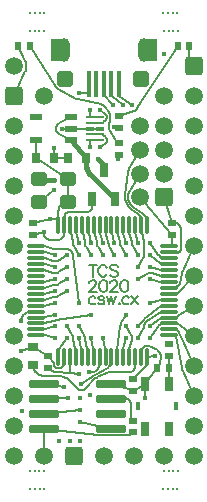
<source format=gtl>
%FSTAX23Y23*%
%MOIN*%
%SFA1B1*%

%IPPOS*%
%AMD12*
4,1,8,-0.041800,-0.014800,0.041800,-0.014800,0.049200,-0.007400,0.049200,0.007400,0.041800,0.014800,-0.041800,0.014800,-0.049200,0.007400,-0.049200,-0.007400,-0.041800,-0.014800,0.0*
1,1,0.014760,-0.041800,-0.007400*
1,1,0.014760,0.041800,-0.007400*
1,1,0.014760,0.041800,0.007400*
1,1,0.014760,-0.041800,0.007400*
%
%AMD13*
4,1,8,0.029500,-0.003000,0.029500,0.003000,0.026600,0.005900,-0.026600,0.005900,-0.029500,0.003000,-0.029500,-0.003000,-0.026600,-0.005900,0.026600,-0.005900,0.029500,-0.003000,0.0*
1,1,0.005900,0.026600,-0.003000*
1,1,0.005900,0.026600,0.003000*
1,1,0.005900,-0.026600,0.003000*
1,1,0.005900,-0.026600,-0.003000*
%
%AMD14*
4,1,8,-0.017000,-0.010800,0.017000,-0.010800,0.019700,-0.008100,0.019700,0.008100,0.017000,0.010800,-0.017000,0.010800,-0.019700,0.008100,-0.019700,-0.008100,-0.017000,-0.010800,0.0*
1,1,0.005420,-0.017000,-0.008100*
1,1,0.005420,0.017000,-0.008100*
1,1,0.005420,0.017000,0.008100*
1,1,0.005420,-0.017000,0.008100*
%
%AMD15*
4,1,8,-0.017000,-0.010800,0.017000,-0.010800,0.019700,-0.008100,0.019700,0.008100,0.017000,0.010800,-0.017000,0.010800,-0.019700,0.008100,-0.019700,-0.008100,-0.017000,-0.010800,0.0*
1,1,0.005420,-0.017000,-0.008100*
1,1,0.005420,0.017000,-0.008100*
1,1,0.005420,0.017000,0.008100*
1,1,0.005420,-0.017000,0.008100*
%
%AMD22*
4,1,8,0.003000,0.029500,-0.003000,0.029500,-0.005900,0.026600,-0.005900,-0.026600,-0.003000,-0.029500,0.003000,-0.029500,0.005900,-0.026600,0.005900,0.026600,0.003000,0.029500,0.0*
1,1,0.005900,0.003000,0.026600*
1,1,0.005900,-0.003000,0.026600*
1,1,0.005900,-0.003000,-0.026600*
1,1,0.005900,0.003000,-0.026600*
%
%AMD23*
4,1,8,-0.015800,-0.023600,0.015800,-0.023600,0.027600,-0.011800,0.027600,0.011800,0.015800,0.023600,-0.015800,0.023600,-0.027600,0.011800,-0.027600,-0.011800,-0.015800,-0.023600,0.0*
1,1,0.023620,-0.015800,-0.011800*
1,1,0.023620,0.015800,-0.011800*
1,1,0.023620,0.015800,0.011800*
1,1,0.023620,-0.015800,0.011800*
%
%AMD53*
4,1,8,-0.013800,0.021200,-0.013800,-0.021200,-0.010300,-0.024600,0.010300,-0.024600,0.013800,-0.021200,0.013800,0.021200,0.010300,0.024600,-0.010300,0.024600,-0.013800,0.021200,0.0*
1,1,0.006900,-0.010300,0.021200*
1,1,0.006900,-0.010300,-0.021200*
1,1,0.006900,0.010300,-0.021200*
1,1,0.006900,0.010300,0.021200*
%
%AMD54*
4,1,8,-0.013800,0.021200,-0.013800,-0.021200,-0.010300,-0.024600,0.010300,-0.024600,0.013800,-0.021200,0.013800,0.021200,0.010300,0.024600,-0.010300,0.024600,-0.013800,0.021200,0.0*
1,1,0.006900,-0.010300,0.021200*
1,1,0.006900,-0.010300,-0.021200*
1,1,0.006900,0.010300,-0.021200*
1,1,0.006900,0.010300,0.021200*
%
%AMD55*
4,1,8,-0.013800,0.021100,-0.013800,-0.021100,-0.010300,-0.024600,0.010300,-0.024600,0.013800,-0.021100,0.013800,0.021100,0.010300,0.024600,-0.010300,0.024600,-0.013800,0.021100,0.0*
1,1,0.006900,-0.010300,0.021100*
1,1,0.006900,-0.010300,-0.021100*
1,1,0.006900,0.010300,-0.021100*
1,1,0.006900,0.010300,0.021100*
%
%AMD56*
4,1,8,-0.007900,0.009800,-0.007900,-0.009800,-0.003900,-0.013800,0.003900,-0.013800,0.007900,-0.009800,0.007900,0.009800,0.003900,0.013800,-0.003900,0.013800,-0.007900,0.009800,0.0*
1,1,0.007900,-0.003900,0.009800*
1,1,0.007900,-0.003900,-0.009800*
1,1,0.007900,0.003900,-0.009800*
1,1,0.007900,0.003900,0.009800*
%
%AMD57*
4,1,8,-0.007800,0.009900,-0.007800,-0.009900,-0.003900,-0.013800,0.003900,-0.013800,0.007800,-0.009900,0.007800,0.009900,0.003900,0.013800,-0.003900,0.013800,-0.007800,0.009900,0.0*
1,1,0.007860,-0.003900,0.009900*
1,1,0.007860,-0.003900,-0.009900*
1,1,0.007860,0.003900,-0.009900*
1,1,0.007860,0.003900,0.009900*
%
%AMD58*
4,1,8,0.007500,-0.039600,0.007500,0.039600,0.003700,0.043300,-0.003700,0.043300,-0.007500,0.039600,-0.007500,-0.039600,-0.003700,-0.043300,0.003700,-0.043300,0.007500,-0.039600,0.0*
1,1,0.007480,0.003700,-0.039600*
1,1,0.007480,0.003700,0.039600*
1,1,0.007480,-0.003700,0.039600*
1,1,0.007480,-0.003700,-0.039600*
%
%AMD59*
4,1,8,0.027600,-0.013800,0.027600,0.013800,0.013800,0.027600,-0.013800,0.027600,-0.027600,0.013800,-0.027600,-0.013800,-0.013800,-0.027600,0.013800,-0.027600,0.027600,-0.013800,0.0*
1,1,0.027560,0.013800,-0.013800*
1,1,0.027560,0.013800,0.013800*
1,1,0.027560,-0.013800,0.013800*
1,1,0.027560,-0.013800,-0.013800*
%
%AMD61*
4,1,8,0.029500,-0.022100,0.029500,0.022100,0.022100,0.029500,-0.022100,0.029500,-0.029500,0.022100,-0.029500,-0.022100,-0.022100,-0.029500,0.022100,-0.029500,0.029500,-0.022100,0.0*
1,1,0.014760,0.022100,-0.022100*
1,1,0.014760,0.022100,0.022100*
1,1,0.014760,-0.022100,0.022100*
1,1,0.014760,-0.022100,-0.022100*
%
%AMD62*
4,1,8,0.022100,0.029500,-0.022100,0.029500,-0.029500,0.022100,-0.029500,-0.022100,-0.022100,-0.029500,0.022100,-0.029500,0.029500,-0.022100,0.029500,0.022100,0.022100,0.029500,0.0*
1,1,0.014760,0.022100,0.022100*
1,1,0.014760,-0.022100,0.022100*
1,1,0.014760,-0.022100,-0.022100*
1,1,0.014760,0.022100,-0.022100*
%
%ADD10C,0.007870*%
%ADD11C,0.005910*%
G04~CAMADD=12~8~0.0~0.0~984.3~295.3~73.8~0.0~15~0.0~0.0~0.0~0.0~0~0.0~0.0~0.0~0.0~0~0.0~0.0~0.0~180.0~984.0~295.0*
%ADD12D12*%
G04~CAMADD=13~8~0.0~0.0~118.1~590.6~29.5~0.0~15~0.0~0.0~0.0~0.0~0~0.0~0.0~0.0~0.0~0~0.0~0.0~0.0~270.0~590.0~118.0*
%ADD13D13*%
G04~CAMADD=14~8~0.0~0.0~393.7~216.5~27.1~0.0~15~0.0~0.0~0.0~0.0~0~0.0~0.0~0.0~0.0~0~0.0~0.0~0.0~180.0~394.0~217.0*
%ADD14D14*%
G04~CAMADD=15~8~0.0~0.0~393.7~216.5~27.1~0.0~15~0.0~0.0~0.0~0.0~0~0.0~0.0~0.0~0.0~0~0.0~0.0~0.0~180.0~394.0~217.0*
%ADD15D15*%
%ADD16R,0.026770X0.007870*%
%ADD17R,0.026770X0.015750*%
%ADD18R,0.023620X0.027560*%
%ADD19R,0.027560X0.023620*%
%ADD20R,0.027560X0.049210*%
%ADD21R,0.035430X0.027560*%
G04~CAMADD=22~8~0.0~0.0~118.1~590.6~29.5~0.0~15~0.0~0.0~0.0~0.0~0~0.0~0.0~0.0~0.0~0~0.0~0.0~0.0~0.0~118.1~590.6*
%ADD22D22*%
G04~CAMADD=23~8~0.0~0.0~551.2~472.4~118.1~0.0~15~0.0~0.0~0.0~0.0~0~0.0~0.0~0.0~0.0~0~0.0~0.0~0.0~180.0~552.0~473.0*
%ADD23D23*%
%ADD24R,0.027560X0.035430*%
%ADD51C,0.005910*%
%ADD52C,0.015750*%
G04~CAMADD=53~8~0.0~0.0~492.1~275.6~34.5~0.0~15~0.0~0.0~0.0~0.0~0~0.0~0.0~0.0~0.0~0~0.0~0.0~0.0~90.0~276.0~492.0*
%ADD53D53*%
G04~CAMADD=54~8~0.0~0.0~492.1~275.6~34.5~0.0~15~0.0~0.0~0.0~0.0~0~0.0~0.0~0.0~0.0~0~0.0~0.0~0.0~90.0~276.0~492.0*
%ADD54D54*%
G04~CAMADD=55~8~0.0~0.0~492.0~276.0~34.5~0.0~15~0.0~0.0~0.0~0.0~0~0.0~0.0~0.0~0.0~0~0.0~0.0~0.0~90.0~276.0~492.0*
%ADD55D55*%
G04~CAMADD=56~8~0.0~0.0~276.0~158.0~39.5~0.0~15~0.0~0.0~0.0~0.0~0~0.0~0.0~0.0~0.0~0~0.0~0.0~0.0~90.0~158.0~276.0*
%ADD56D56*%
G04~CAMADD=57~8~0.0~0.0~276.0~157.0~39.3~0.0~15~0.0~0.0~0.0~0.0~0~0.0~0.0~0.0~0.0~0~0.0~0.0~0.0~90.0~157.0~276.0*
%ADD57D57*%
G04~CAMADD=58~8~0.0~0.0~866.1~149.6~37.4~0.0~15~0.0~0.0~0.0~0.0~0~0.0~0.0~0.0~0.0~0~0.0~0.0~0.0~270.0~150.0~866.0*
%ADD58D58*%
G04~CAMADD=59~8~0.0~0.0~551.1~551.2~137.8~0.0~15~0.0~0.0~0.0~0.0~0~0.0~0.0~0.0~0.0~0~0.0~0.0~0.0~270.0~553.0~552.0*
%ADD59D59*%
%ADD60C,0.059060*%
G04~CAMADD=61~8~0.0~0.0~590.6~590.6~73.8~0.0~15~0.0~0.0~0.0~0.0~0~0.0~0.0~0.0~0.0~0~0.0~0.0~0.0~270.0~590.0~590.0*
%ADD61D61*%
G04~CAMADD=62~8~0.0~0.0~590.6~590.6~73.8~0.0~15~0.0~0.0~0.0~0.0~0~0.0~0.0~0.0~0.0~0~0.0~0.0~0.0~0.0~590.6~590.6*
%ADD62D62*%
%ADD63O,0.039370X0.078740*%
%ADD64C,0.007870*%
%ADD65C,0.017720*%
%LNcs_ranka-1*%
%LPD*%
G36*
X00205Y01357D02*
Y01431D01*
X00162*
Y01357*
X00205*
G37*
G36*
X00473D02*
Y01431D01*
X00516*
Y01357*
X00473*
G37*
G54D10*
X00595Y00798D02*
D01*
X00595Y00799*
X00595Y00801*
X00594Y00802*
X00594Y00803*
X00594Y00804*
X00593Y00806*
X00593Y00807*
X00592Y00808*
X00591Y00809*
X0059Y0081*
X0059Y00811*
X00589Y00812*
X00588Y00813*
X00587Y00813*
X00586Y00814*
X00584Y00815*
X00583Y00815*
X00582Y00816*
X00581Y00816*
X0058Y00816*
X00578Y00816*
X00577Y00816*
X00576Y00817*
X00283Y00854D02*
D01*
X00284Y00854*
X00285Y00854*
X00287Y00854*
X00288Y00855*
X00289Y00855*
X0029Y00855*
X00291Y00856*
X00293Y00857*
X00294Y00857*
X00295Y00858*
X00296Y00859*
X00297Y0086*
X00297Y00861*
X00298Y00862*
X00299Y00863*
X00299Y00864*
X003Y00865*
X003Y00867*
X00301Y00868*
X00301Y00869*
X00301Y00871*
X00301Y00872*
X00301Y00872*
X00528Y0037D02*
D01*
Y0037*
Y0037*
X00528Y0037*
Y0037*
Y0037*
X00528Y0037*
D01*
X00529Y00371*
X00529Y00373*
X00529Y00374*
X00529Y00375*
X00529Y00377*
X00528Y00378*
X00528Y0038*
X00527Y00381*
X00527Y00382*
X00526Y00384*
X00525Y00385*
X00525Y00386*
X00524Y00387*
X00523Y00388*
X00522Y00389*
X00521Y0039*
X00519Y00391*
X00518Y00392*
X00518Y00392*
X0049Y00406D02*
D01*
X0049Y00406*
X00489Y00406*
X00488Y00407*
X00488Y00407*
X00487Y00407*
X00486Y00407*
X00486Y00407*
X0048D02*
D01*
X00479Y00407*
X00478Y00407*
X00477Y00407*
X00477Y00407*
X00476Y00406*
X00475Y00406*
X00475Y00406*
X00474Y00405*
X00473Y00405*
X00473Y00404*
X00472Y00404*
X00472Y00404*
X00224Y00854D02*
D01*
X00223Y00854*
X00222Y00854*
X00221Y00853*
X00219Y00853*
X00218Y00853*
X00217Y00852*
X00216Y00852*
X00215Y00851*
X00214Y00851*
X00213Y0085*
X00212Y00849*
X00211Y00848*
X00211Y00847*
X0021Y00846*
X00209Y00845*
X00209Y00844*
X00208Y00843*
X00208Y00842*
X00208Y00841*
X00207Y0084*
X00207Y00839*
X00207Y00837*
X00207Y00837*
X00181Y00759D02*
D01*
X00183Y00759*
X00185Y0076*
X00187Y0076*
X00188Y0076*
X0019Y00761*
X00192Y00762*
X00193Y00762*
X00195Y00763*
X00197Y00764*
X00198Y00765*
X00199Y00767*
X00201Y00768*
X00202Y00769*
X00203Y00771*
X00204Y00773*
X00205Y00774*
X00205Y00776*
X00206Y00778*
X00207Y00779*
X00207Y00781*
X00207Y00783*
X00207Y00785*
X00207Y00786*
X00077Y01322D02*
D01*
X00078Y01324*
X00079Y01327*
X00079Y0133*
X0008Y01333*
X0008Y01336*
X0008Y01339*
X0008Y01341*
X0008Y01344*
X00079Y01347*
X00079Y0135*
X00078Y01353*
X00077Y01355*
X00077Y01356*
X00138Y00787D02*
D01*
X00138Y00785*
X00138Y00783*
X00139Y00781*
X00139Y00779*
X0014Y00777*
X0014Y00776*
X00141Y00774*
X00142Y00772*
X00143Y00771*
X00145Y00769*
X00146Y00768*
X00147Y00766*
X00149Y00765*
X0015Y00764*
X00152Y00763*
X00154Y00762*
X00155Y00761*
X00157Y00761*
X00159Y0076*
X00161Y0076*
X00163Y00759*
X00165Y00759*
X00166Y00759*
X00174Y00343D02*
D01*
X00174Y00342*
X00174Y00341*
X00174Y00341*
X00174Y0034*
X00174Y00339*
X00174Y00339*
X00175Y00338*
X00175Y00337*
X00176Y00337*
X00176Y00336*
X00177Y00335*
X00177Y00335*
X00178Y00334*
X00178Y00334*
X00179Y00334*
X0018Y00333*
X0018Y00333*
X00181Y00333*
X00182Y00332*
X00182Y00332*
X00183Y00332*
X00184Y00332*
X00184Y00332*
X0019D02*
D01*
X00191Y00332*
X00192Y00332*
X00193Y00332*
X00193Y00333*
X00194Y00333*
X00195Y00333*
X00195Y00333*
X00196Y00334*
X00197Y00334*
X00197Y00335*
X00198Y00335*
X00198Y00336*
X00198Y00336*
X00095Y00521D02*
D01*
X00093Y00521*
X00091Y00521*
X00089Y0052*
X00086Y0052*
X00084Y00519*
X00082Y00518*
X0008Y00517*
X00078Y00516*
X00076Y00515*
X00075Y00514*
X00073Y00512*
X00071Y00511*
X0007Y00509*
X00069Y00507*
X00068Y00505*
X00067Y00503*
X00066Y00501*
X00065Y00499*
X00064Y00497*
X00064Y00495*
X00063Y00493*
X00063Y0049*
X00063Y00489*
X00348Y01175D02*
D01*
X00348Y01175*
X00348Y01176*
X00348Y01176*
X00347Y01177*
X00347Y01177*
X00347Y01178*
X00347Y01178*
X00347Y01179*
X00346Y01179*
X00346Y0118*
X00346Y0118*
X00345Y01181*
X00345Y01181*
X00344Y01181*
X00344Y01181*
X00345Y01161D02*
D01*
X00346Y01161*
X00346Y01162*
X00346Y01162*
X00347Y01163*
X00347Y01163*
X00347Y01164*
X00347Y01164*
X00347Y01165*
X00348Y01165*
X00348Y01166*
X00348Y01166*
X00348Y01167*
Y01096D02*
D01*
X00348Y01097*
X00348Y01097*
X00348Y01098*
X00347Y01098*
X00347Y01099*
X00347Y01099*
X00347Y011*
X00347Y011*
X00346Y01101*
X00346Y01101*
X00346Y01101*
X00345Y01102*
X00344Y01081D02*
D01*
X00345Y01082*
X00345Y01082*
X00345Y01083*
X00346Y01083*
X00346Y01083*
X00346Y01084*
X00347Y01084*
X00347Y01085*
X00347Y01085*
X00347Y01086*
X00348Y01086*
X00348Y01087*
X00348Y01087*
X00348Y01088*
X00348Y01088*
X00154Y00332D02*
D01*
X00156Y0033*
X00158Y00329*
X0016Y00327*
X00163Y00326*
X00165Y00324*
X00168Y00323*
X00171Y00322*
X00173Y00321*
X00176Y00321*
X00179Y00321*
X00182Y0032*
X00183Y0032*
X00583Y00717D02*
D01*
X00584Y00717*
X00585Y00717*
X00585Y00718*
X00586Y00718*
X00587Y00718*
X00588Y00718*
X00588Y00719*
X00589Y00719*
X0059Y0072*
X00591Y0072*
X00591Y00721*
X00592Y00721*
X00592Y00722*
X00593Y00722*
X00593Y00723*
X00594Y00724*
X00594Y00725*
X00594Y00725*
X00594Y00726*
X00595Y00727*
X00595Y00728*
X00595Y00729*
X00595Y00729*
X00219Y00887D02*
D01*
X00217Y00887*
X00214Y00887*
X00212Y00887*
X0021Y00886*
X00208Y00885*
X00206Y00885*
X00204Y00884*
X00202Y00883*
X002Y00881*
X00199Y0088*
X00197Y00878*
X00195Y00877*
X00194Y00875*
X00193Y00873*
X00192Y00872*
X0019Y0087*
X0019Y00868*
X00189Y00866*
X00188Y00863*
X00188Y00861*
X00187Y00859*
X00187Y00857*
X00187Y00856*
X00521Y00473D02*
D01*
X0052Y00472*
X0052Y00471*
X0052Y00471*
X00545Y008D02*
D01*
X00545Y008*
X00545Y008*
X00545Y00799*
X00546Y00799*
X00546Y00799*
X00546Y00799*
X00404Y00109D02*
D01*
X00405Y00109*
X00405Y00109*
X00405Y00109*
X00405Y00109*
X00405Y00109*
X00319Y00109D02*
D01*
X0032Y00109*
X00321Y00109*
X00174Y00346D02*
D01*
X00174Y00346*
X00173Y00347*
X00173Y00348*
X00173Y00348*
X00173Y00349*
X00173Y00349*
X00173Y0035*
X00172Y0035*
X00172Y00351*
X00172Y00351*
X00172Y00351*
X00595Y00729D02*
Y00798D01*
X00528Y0037D02*
Y0037D01*
X00522Y00334D02*
X00528Y0037D01*
X0048Y00407D02*
X00486D01*
X00465Y00396D02*
X00472Y00404D01*
X00256Y01248D02*
X00292D01*
X00224Y00854D02*
X00283D01*
X00039Y01239D02*
X00077Y01322D01*
X00103Y00777D02*
X00138Y00787D01*
X00166Y00759D02*
X00181D01*
X00174Y00346D02*
Y00343D01*
X00198Y00336D02*
X00205Y00344D01*
X00184Y00332D02*
X0019D01*
X00095Y00521D02*
X00114D01*
X00348Y01167D02*
Y01175D01*
X00335Y01152D02*
X00345Y01161D01*
X00348Y01088D02*
Y01096D01*
X00327Y0107D02*
X00344Y01081D01*
X00292Y0107D02*
X00292Y01092D01*
X00292Y01192D02*
X00292Y01171D01*
X00327Y01192D02*
X00344Y01181D01*
X00152Y00334D02*
X00154Y00332D01*
X00183Y0032D02*
X00227Y00317D01*
X00293Y00876D02*
X00293Y00876D01*
X00158Y0083D02*
X00187D01*
X00219Y00887D02*
Y00962D01*
X00187Y0083D02*
Y00856D01*
Y00811D02*
Y0083D01*
X00172Y01033D02*
X00174Y01066D01*
X00477Y00281D02*
X00477Y00232D01*
X00483Y0037D02*
X00508Y00374D01*
X0046Y00903D02*
X00545Y008D01*
X00521Y00473D02*
X00528Y0048D01*
X00492Y00433D02*
X0052Y00471D01*
X00492Y00472D02*
X00529Y00501D01*
X00138Y00131D02*
X00319Y00109D01*
X00492Y00708D02*
X0053Y0068D01*
X00492Y00669D02*
X00529Y00659D01*
X00582Y00483D02*
X00639Y00439D01*
X00581Y00502D02*
X00639Y00539D01*
X00341Y01242D02*
X0037Y01208D01*
X00367Y01239D02*
X00402Y01208D01*
X00336Y01111D02*
X00345Y01102D01*
X00292Y01171D02*
X00326D01*
X00053Y01407D02*
X00077Y01356D01*
X00292Y01151D02*
X00326D01*
X00292Y01112D02*
X00326D01*
X00292Y01092D02*
X00326D01*
X00624Y01354D02*
X00624Y01407D01*
X00546Y00799D02*
X00565Y00777D01*
X00405Y00109D02*
X00426Y0011D01*
X00321Y00109D02*
X00404D01*
X00103Y00816D02*
X00158Y0083D01*
X00141Y00502D02*
X00177Y00511D01*
X00227Y00317D02*
X00256Y00314D01*
X00227Y0037D02*
X00227Y00318D01*
X00138Y00131D02*
X00139Y00039D01*
X00172Y01033D02*
X00221D01*
X00292Y01131D02*
X00326D01*
X00231D02*
X00292D01*
X00199D02*
X00231D01*
X00112Y01033D02*
X00219Y00962D01*
X00112Y01033D02*
Y01094D01*
X00539Y00903D02*
X00565Y00816D01*
Y0074D02*
Y00777D01*
X0049Y00406D02*
X00518Y00392D01*
X00437Y00295D02*
X00482Y00344D01*
X00063Y00389D02*
X00103Y00403D01*
X00293Y00876D02*
X00301Y00895D01*
X00152Y00374D02*
X00172Y00351D01*
X00477Y00281D02*
X00516Y00334D01*
X00438Y00256D02*
X00477Y00281D01*
X00362Y00281D02*
X00433Y00261D01*
X00103Y00403D02*
X00152Y00374D01*
G54D11*
X00429Y00211D02*
D01*
X00429Y00213*
X00429Y00214*
X00429Y00216*
X00429Y00217*
X00428Y00218*
X00428Y0022*
X00427Y00221*
X00426Y00222*
X00425Y00224*
X00425Y00225*
X00424Y00226*
X00423Y00227*
X00421Y00228*
X0042Y00229*
X00419Y00229*
X00418Y0023*
X00416Y00231*
X00415Y00231*
X00414Y00232*
X00412Y00232*
X00411Y00232*
X00409Y00232*
X00409Y00232*
X00429Y00165D02*
D01*
X00429Y00164*
X00429Y00164*
X0043Y00163*
X0043Y00163*
X0043Y00162*
X0043Y00162*
X0043Y00161*
X00431Y00161*
X00431Y0016*
X00431Y0016*
X00432Y00159*
X00432Y00159*
X00432Y00159*
X00433Y00158*
X00433Y00158*
X00434Y00158*
X00434Y00158*
X00435Y00157*
X00435Y00157*
X00436Y00157*
X00436Y00157*
X00437Y00157*
X00437Y00157*
X00315Y00302D02*
D01*
X00315Y00301*
X00314Y00301*
X00313Y003*
X00312Y003*
X00311Y00299*
X0031Y00299*
X0031Y00299*
X0042Y00318D02*
D01*
X00421Y00318*
X00423Y00319*
X00425Y00319*
X00426Y00319*
X00428Y0032*
X00429Y0032*
X00431Y00321*
X00432Y00322*
X00434Y00323*
X00435Y00324*
X00436Y00325*
X00437Y00326*
X00438Y00327*
X00439Y00329*
X0044Y0033*
X00441Y00332*
X00442Y00333*
X00442Y00335*
X00443Y00336*
X00443Y00338*
X00443Y0034*
X00443Y00341*
X00443Y00342*
X00358Y00318D02*
D01*
X00358Y00318*
X00358Y00318*
X00357Y00318*
X00357Y00318*
X00356Y00318*
X00356Y00318*
X00296Y00318D02*
D01*
X00298Y00318*
X003Y00319*
X00302Y00319*
X00304Y00319*
X00305Y0032*
X00307Y00321*
X00309Y00322*
X0031Y00322*
X00312Y00324*
X00314Y00325*
X00315Y00326*
X00315Y00326*
D01*
X00317Y00328*
X00318Y0033*
X0032Y00332*
X00321Y00334*
X00322Y00336*
X00323Y00338*
X00324Y0034*
X00324Y00342*
X00325Y00345*
X00325Y00347*
X00325Y00349*
X00325Y0035*
X00255Y00261D02*
D01*
X00257Y00261*
X00258Y0026*
X00259Y0026*
X00261Y0026*
X00262Y00259*
X00263Y00259*
X00265Y00259*
X00266Y00259*
X00267Y0026*
X00269Y0026*
X0027Y0026*
X00271Y00261*
X00273Y00261*
X00274Y00262*
X00275Y00263*
X00276Y00263*
X00277Y00264*
X00278Y00265*
X00278Y00265*
X0025Y00266D02*
D01*
X00251Y00265*
X00252Y00264*
X00253Y00263*
X00254Y00262*
X00255Y00262*
X00255Y00261*
X00231Y00286D02*
D01*
X00231Y00286*
X00231Y00286*
X00231Y00286*
X00231Y00286*
X0023Y00286*
X0023Y00286D02*
D01*
X00227Y0029*
X00223Y00293*
X00219Y00295*
X00215Y00298*
X00211Y003*
X00206Y00302*
X00202Y00304*
X00197Y00305*
X00192Y00306*
X00187Y00306*
X00183Y00307*
X00181Y00307*
X00103Y00344D02*
D01*
X00103Y00341*
X00103Y00339*
X00103Y00336*
X00104Y00334*
X00105Y00331*
X00106Y00329*
X00107Y00326*
X00108Y00324*
X0011Y00322*
X00111Y0032*
X00113Y00318*
X00115Y00316*
X00117Y00315*
X00119Y00313*
X00121Y00312*
X00124Y0031*
X00126Y00309*
X00128Y00308*
X00131Y00308*
X00134Y00307*
X00136Y00307*
X00139Y00307*
X0014Y00307*
X00237Y00708D02*
D01*
X00237Y00707*
X00237Y00706*
X00237Y00708D02*
D01*
X00236Y0071*
X00236Y00711*
X00236Y00712*
X00236Y00714*
X00235Y00715*
X00235Y00716*
X00234Y00717*
X00234Y00719*
X00233Y0072*
X00232Y00721*
X00231Y00722*
X0023Y00723*
X00229Y00724*
X00228Y00724*
X00227Y00725*
X00225Y00726*
X00224Y00726*
X00223Y00727*
X00222Y00727*
X0022Y00728*
X00219Y00728*
X00218Y00728*
X00217Y00728*
X00178Y00492D02*
D01*
X00176Y00492*
X00175Y00491*
X00173Y00491*
X00173Y00491*
X00178Y00492D02*
D01*
X00179Y00492*
X0018Y00492*
X00181Y00492*
X00237Y00747D02*
D01*
X00237Y00746*
X00237Y00745*
X00237Y00743*
X00237Y00742*
X00238Y00741*
X00238Y00739*
X00239Y00738*
X00239Y00738*
X00237Y00747D02*
D01*
X00236Y00749*
X00236Y0075*
X00236Y00752*
X00236Y00752*
X00397Y00482D02*
D01*
X00396Y00481*
X00395Y00479*
X00395Y00478*
X00395Y00477*
X00394Y00475*
X00394Y00474*
X00355Y0114D02*
D01*
X00355Y01139*
X00355Y01137*
X00355Y01136*
X00355Y01135*
X00355Y01133*
X00355Y01132*
X00356Y01131*
X00356Y01129*
X00357Y01128*
X00357Y01128*
X00359Y01175D02*
D01*
X00359Y01176*
X00358Y01177*
X00358Y01178*
Y01178D02*
D01*
X00358Y01179*
X00358Y01181*
X00357Y01182*
X00357Y01183*
X00356Y01184*
X00355Y01185*
X00358Y01164D02*
D01*
X00358Y01165*
X00359Y01167*
X00359Y01167*
X0047Y00491D02*
D01*
X0047Y00491*
X0047Y00491*
X0047Y00491*
X0047Y00491*
X0047Y00491*
Y00491*
X00474Y00495D02*
D01*
X00473Y00494*
X00471Y00492*
X0047Y00491*
X00482Y00489D02*
D01*
X00481Y00488*
X0048Y00487*
X00479Y00486*
X00478Y00485*
X00477Y00484*
X00476Y00483*
X00475Y00482*
X00475Y00481*
X00475Y00481*
D01*
X00474Y00479*
X00474Y00478*
X00473Y00477*
X00473Y00476*
X00473Y00474*
X00473Y00473*
X00473Y00472*
X0047Y00462D02*
D01*
X00471Y00463*
X00471Y00465*
X00472Y00466*
X00472Y00467*
X00472Y00468*
X00473Y0047*
X00473Y00471*
X00473Y00472*
X0047Y00698D02*
D01*
X00471Y00699*
X00471Y00701*
X00472Y00702*
X00472Y00703*
X00472Y00705*
X00473Y00706*
X00473Y00707*
X00473Y00708*
Y00747D02*
D01*
X00473Y00749*
X00473Y0075*
X00472Y00752*
X00472Y00752*
X00276Y00747D02*
D01*
X00276Y00749*
X00276Y0075*
X00275Y00752*
X00275Y00752*
X00276Y00747D02*
D01*
X00276Y00746*
X00276Y00745*
X00276Y00743*
X00277Y00742*
X00277Y00741*
X00278Y00739*
X00278Y00738*
X00279Y00738*
X00315Y00747D02*
D01*
X00315Y00749*
X00315Y0075*
X00315Y00752*
X00315Y00752*
X00315Y00747D02*
D01*
X00315Y00746*
X00315Y00745*
X00316Y00743*
X00316Y00742*
X00316Y00741*
X00317Y00739*
X00318Y00738*
X00318Y00738*
X00355Y00747D02*
D01*
X00355Y00749*
X00354Y0075*
X00354Y00752*
X00354Y00753*
X00354Y00753*
X00355Y00747D02*
D01*
X00355Y00746*
X00355Y00745*
X00355Y00743*
X00355Y00742*
X00356Y00741*
X00356Y00739*
X00357Y00738*
X00357Y00738*
X00394Y00747D02*
D01*
X00394Y00749*
X00394Y0075*
X00394Y00752*
X00393Y00753*
X00394Y00747D02*
D01*
X00394Y00746*
X00394Y00745*
X00394Y00743*
X00395Y00742*
X00395Y00741*
X00396Y00739*
X00396Y00738*
X00397Y00738*
X00433Y00747D02*
D01*
X00433Y00749*
X00433Y0075*
X00433Y00752*
X00433Y00753*
X00433Y00753*
X00433Y00747D02*
D01*
X00433Y00746*
X00434Y00745*
X00434Y00743*
X00434Y00742*
X00435Y00741*
X00435Y00739*
X00436Y00738*
X00436Y00738*
X00178Y0057D02*
D01*
X00179Y0057*
X0018Y00571*
X00182Y00571*
X00183Y00571*
X00184Y00572*
X00186Y00572*
X00187Y00573*
X00187Y00573*
X00178Y0057D02*
D01*
X00176Y0057*
X00175Y0057*
X00173Y0057*
X00172Y0057*
D01*
X00172Y0057*
X00172Y0057*
X00172*
X00172Y0057*
X00172Y0057*
X00521Y00709D02*
D01*
X00521Y00709*
X00522Y00708*
X00498Y00648D02*
D01*
X00496Y00649*
X00495Y00649*
X00494Y00649*
X00492Y00649*
X00491Y00649*
X00489Y00649*
X00488Y00649*
X00487Y00648*
X00485Y00648*
X00484Y00647*
X00483Y00647*
X00483Y00646*
X00602Y00655D02*
D01*
X00601Y00653*
X006Y0065*
X006Y00648*
X00589Y0061D02*
D01*
X00589Y0061*
X0059Y00611*
X0059Y00611*
X00591Y00612*
X00591Y00613*
X00591Y00613*
X00591Y00614*
X00592Y00614*
X00599Y00332D02*
D01*
X006Y00329*
X00601Y00326*
X00602Y00324*
X00602Y00323*
X00602Y00424D02*
D01*
X00602Y00423*
X00602Y00423*
X00602Y00423*
X00602Y00423*
X00602Y00423*
X00591Y00449D02*
D01*
X00591Y0045*
X0059Y0045*
X0059Y00451*
X0059Y00451*
X00589Y00452*
X00589Y00452*
X00433Y00427D02*
D01*
X00433Y00428*
X00433Y0043*
X00433Y00431*
X00433Y00432*
X00433Y00434*
X00433Y00435*
X00433Y00436*
X00433Y00438*
X00432Y00439*
X00432Y0044*
X00431Y00442*
X00431Y00442*
X00182Y01268D02*
D01*
X00183Y01267*
X00184Y01266*
X00185Y01265*
X00186Y01264*
X00187Y01264*
X0018Y01271D02*
D01*
X00181Y01269*
X00182Y01268*
X00182Y01268*
X00247Y0123D02*
D01*
X00248Y0123*
X00249Y01229*
X0025Y01229*
X00252Y01228*
X00252Y01228*
X00344Y01203D02*
D01*
X00343Y01204*
X00342Y01205*
X00341Y01206*
X0034Y01207*
X00339Y01208*
X00338Y01209*
X00337Y0121*
X00335Y0121*
X00334Y01211*
X00333Y01211*
X00333D02*
D01*
X00332Y01211*
X00331Y01212*
X0044Y0119D02*
D01*
X00441Y0119*
X00442Y01191*
X00443Y01191*
X00445Y01192*
X00446Y01193*
X00447Y01194*
X00448Y01195*
X00449Y01196*
X00449Y01197*
X0045Y01198*
X00414Y01223D02*
D01*
X00414Y01224*
X00414Y01224*
X00414Y01224*
X00414Y01224*
X00414Y01224*
X00344Y01203D02*
D01*
X00344Y01203*
X00344Y01203*
X00344Y01203*
X00344Y01203*
X00344Y01203*
X0019Y01149D02*
D01*
X00189Y01148*
X00188Y01148*
X00187Y01147*
X00186Y01146*
X00185Y01145*
X00184Y01144*
X00183Y01143*
X00182Y01142*
X00182Y01141*
X00181Y01139*
X00181Y01138*
X0018Y01138*
D01*
X0018Y01136*
X0018Y01135*
X0018Y01134*
X00179Y01132*
X00179Y01131*
X0018Y0113*
X0018Y01128*
X0018Y01127*
X0018Y01125*
X00181Y01124*
X00181Y01123*
X00182Y01122*
X00183Y01121*
X00183Y01119*
X00184Y01118*
X00185Y01117*
X00186Y01116*
X00187Y01116*
X00189Y01115*
X0019Y01114*
X0019Y01114*
X00425Y00923D02*
D01*
X00424Y00921*
X00423Y00918*
X00422Y00916*
X00421Y00913*
X0042Y0091*
X0042Y00907*
X0042Y00905*
X0042Y00902*
X0042Y00899*
X0042Y00896*
X00421Y00893*
X00422Y00891*
X00423Y00888*
X00424Y00885*
X00425Y00883*
X00426Y00881*
X00428Y00878*
X0043Y00876*
X00432Y00874*
X00434Y00872*
X00436Y0087*
X00437Y0087*
X00473Y00844D02*
D01*
X00472Y00845*
X00471Y00845*
X00425Y01002D02*
D01*
X00424Y01*
X00423Y00997*
X00422Y00994*
X00421Y00992*
X0042Y00989*
X0042Y00986*
X0041Y00909D02*
D01*
X0041Y00905*
X0041Y00902*
X0041Y00898*
X00411Y00895*
X00411Y00892*
X00412Y00888*
X00413Y00885*
X00415Y00882*
X00416Y00878*
X00418Y00875*
X0042Y00873*
X00422Y0087*
X00425Y00867*
X00427Y00865*
X00429Y00863*
X00453Y00845D02*
D01*
X00453Y00845*
X00452Y00845*
X00452Y00845*
X00452Y00845*
X00452Y00845*
X00452Y00845*
X00178Y0061D02*
D01*
X00176Y0061*
X00175Y0061*
X00173Y00609*
X00172Y00609*
X00172Y00609*
X00178Y0061D02*
D01*
X00179Y0061*
X0018Y0061*
X00182Y0061*
X00183Y00611*
X00184Y00611*
X00186Y00611*
X00187Y00612*
X00187Y00612*
X00172Y00729D02*
D01*
X00173Y00728*
X00174Y00728*
X00176Y00728*
X00177Y00728*
X00178Y00728*
X00171Y0065D02*
D01*
X00173Y0065*
X00174Y00649*
X00176Y00649*
X00177Y00649*
X00178Y00649*
X0018Y00649*
X00181Y00649*
X00182Y0065*
X00184Y0065*
X00185Y00651*
X00186Y00651*
X00187Y00652*
X00171Y00689D02*
D01*
X00173Y00689*
X00174Y00689*
D01*
X00175Y00689*
X00176Y00689*
X00178Y00688*
X00179Y00689*
X00181Y00689*
X00182Y00689*
X00183Y00689*
X00185Y0069*
X00186Y0069*
X00187Y00691*
X00187Y00691*
X00237Y00433D02*
D01*
X00237Y00431*
X00237Y0043*
X00237Y00428*
X00237Y00428*
X00299Y00302D02*
D01*
X003Y00303*
X003Y00303*
X00309Y0031D02*
D01*
X00307Y00309*
X00306Y00308*
X00306Y00308*
X00353Y00334D02*
D01*
X00353Y00335*
X00354Y00335*
X00354Y00335*
X00276Y00433D02*
D01*
X00276Y00431*
X00276Y0043*
X00276Y00429*
X00276Y00433D02*
D01*
X00276Y00434*
X00276Y00435*
X00275Y00437*
X00275Y00438*
X00275Y00439*
X00274Y00441*
X00274Y00442*
X00273Y00442*
X00237Y00433D02*
D01*
X00236Y00434*
X00236Y00435*
X00236Y00437*
X00236Y00438*
X00235Y00439*
X00235Y00441*
X00234Y00442*
X00234Y00442*
X00397Y00482D02*
X00414Y00511D01*
X0047Y00491D02*
X0047Y00491D01*
X00453Y00472D02*
X0047Y00491D01*
X00187Y00612D02*
X00217Y00629D01*
X00187Y00573D02*
X00217Y0059D01*
X00429Y00165D02*
Y00211D01*
X00278Y00265D02*
X0031Y00299D01*
X00315Y00302D02*
X00356Y00318D01*
X00315Y00302D02*
D01*
X00358Y00318D02*
X0042D01*
X00288D02*
X00296D01*
X00325Y0035D02*
Y0037D01*
X0014Y00307D02*
X00181D01*
X0023Y00286D02*
X0023Y00286D01*
X00231Y00286D02*
X0025Y00266D01*
X00397Y00738D02*
X00414Y00708D01*
X00187Y00691D02*
X00217Y00708D01*
X00237Y00706D02*
X00256Y00551D01*
X00318Y00738D02*
X00335Y00708D01*
X00237D02*
D01*
X00139Y00482D02*
X00173Y00491D01*
X00178Y00492D02*
D01*
X00181Y00492D02*
X00296Y00511D01*
X00436Y00738D02*
X00453Y00708D01*
X00187Y00652D02*
X00217Y00669D01*
X00124Y00887D02*
X00174Y00925D01*
X00279Y00738D02*
X00296Y00708D01*
X00239Y00738D02*
X00256Y00708D01*
X00237Y00747D02*
D01*
X00383Y00392D02*
X00394Y00474D01*
X00344Y01203D02*
X00355Y01185D01*
X00357Y01128D02*
X00378Y0109D01*
X00355Y0114D02*
X00358Y01164D01*
X00359Y01167D02*
Y01175D01*
X00358Y01178D02*
Y01178D01*
X00474Y00495D02*
X0053Y00539D01*
X00482Y00489D02*
X00531Y00518D01*
X00473Y00472D02*
D01*
X00453Y00433D02*
X0047Y00462D01*
X00473Y00708D02*
Y00747D01*
X00465Y00785D02*
X00472Y00752D01*
X00453Y00669D02*
X0047Y00698D01*
X00228Y00786D02*
X00236Y00752D01*
X00247Y00787D02*
X00256Y00748D01*
X00276Y00747D02*
D01*
X00268Y00786D02*
X00275Y00752D01*
X00288Y00784D02*
X00296Y00748D01*
X00315Y00747D02*
D01*
X00305Y00789D02*
X00315Y00752D01*
X00325Y00784D02*
X00335Y00748D01*
X00357Y00738D02*
X00374Y00708D01*
X00492Y00748D02*
X00521Y00709D01*
X00355Y00747D02*
D01*
X00343Y00788D02*
X00354Y00753D01*
X00365Y00786D02*
X00374Y00748D01*
X00394Y00747D02*
D01*
X00383Y00788D02*
X00393Y00753D01*
X00404Y00784D02*
X00414Y00748D01*
X00433Y00747D02*
D01*
X00424Y00784D02*
X00433Y00753D01*
X00442Y00785D02*
X00453Y00748D01*
X00178Y0057D02*
D01*
X00172Y0057D02*
X00172D01*
X0014Y00561D02*
X00172Y0057D01*
X00492Y00551D02*
X0053Y0056D01*
X00264Y00279D02*
X00299Y00302D01*
X00522Y00708D02*
X0053Y007D01*
X00498Y00648D02*
X00528Y0064D01*
X00453Y00629D02*
X00483Y00646D01*
X00492Y00629D02*
X00527Y0062D01*
X00582Y0058D02*
X00639Y00639D01*
X00592Y00614D02*
X006Y00648D01*
X00581Y00602D02*
X00589Y0061D01*
X00602Y00655D02*
X00639Y00739D01*
X00602Y00323D02*
X00639Y00239D01*
X00579Y00441D02*
X00599Y00332D01*
X00602Y00423D02*
X00639Y00339D01*
X00591Y00449D02*
X00602Y00424D01*
X0058Y00463D02*
X00589Y00452D01*
X00423Y00396D02*
X00433Y00427D01*
X00414Y00472D02*
X00431Y00442D01*
X00404Y00395D02*
X00414Y00433D01*
X00335D02*
X00344Y00396D01*
X00093Y01407D02*
X0018Y01271D01*
X00187Y01264D02*
X00247Y0123D01*
X00252Y01228D02*
X00331Y01212D01*
X00333Y01211D02*
X00333D01*
X0039Y01173D02*
X0044Y0119D01*
X0045Y01198D02*
X00585Y01407D01*
X00391Y0124D02*
X00414Y01224D01*
X00414Y01223D02*
X00433Y01208D01*
X00344Y01203D02*
Y01203D01*
X0019Y01149D02*
X00231Y01169D01*
X0019Y01114D02*
X00231Y01094D01*
X00425Y00923D02*
X0046Y00981D01*
X00437Y0087D02*
X00471Y00845D01*
X00473Y00844D02*
X00481Y00837D01*
X00425Y01002D02*
X0046Y0106D01*
X0041Y00909D02*
X0042Y00986D01*
X00429Y00863D02*
X00452Y00845D01*
X00453Y00845D02*
X00463Y00836D01*
X0014Y00541D02*
X00177Y00551D01*
X0014Y0058D02*
X00177Y0059D01*
X00178Y0061D02*
D01*
X00141Y006D02*
X00172Y00609D01*
X00139Y00619D02*
X00177Y00629D01*
X00141Y00738D02*
X00172Y00729D01*
X00178Y00728D02*
X00217D01*
X00141Y0066D02*
X00171Y0065D01*
X00142Y00699D02*
X00171Y00689D01*
X00174Y00689D02*
D01*
X00142Y00679D02*
X00177Y00669D01*
X00142Y00718D02*
X00177Y00708D01*
X00237Y00428D02*
X00244Y00396D01*
X00237Y00433D02*
D01*
X00278Y00265D02*
D01*
X003Y00303D02*
X00306Y00308D01*
X00309Y0031D02*
X00353Y00334D01*
X00354Y00335D02*
X00362Y00342D01*
X00138Y00281D02*
X00205Y00271D01*
X00143Y00443D02*
X00177Y00433D01*
X00142Y00462D02*
X00177Y00472D01*
X00296Y00433D02*
X00303Y00396D01*
X00276Y00429D02*
X00283Y00395D01*
X00276Y00433D02*
D01*
X00256Y00472D02*
X00273Y00442D01*
X00256Y00433D02*
X00264Y00395D01*
X00217Y00472D02*
X00234Y00442D01*
X00138Y00231D02*
X00221Y00232D01*
X0026Y00153D02*
X00362Y00131D01*
X00138Y00181D02*
X0026Y00192D01*
X00191Y00395D02*
X00217Y00433D01*
X00555Y00374D02*
X00555Y00334D01*
X00555Y00281*
X00311Y00566D02*
X00308Y0057D01*
X00304Y00572*
X00298*
X00295Y0057*
X00291Y00566*
X00289Y0056*
Y00557*
X00291Y00551*
X00295Y00547*
X00298Y00545*
X00304*
X00308Y00547*
X00311Y00551*
X0034Y00566D02*
X00339Y0057D01*
X00333Y00572*
X00327*
X00322Y0057*
X0032Y00566*
X00322Y00562*
X00325Y0056*
X00335Y00559*
X00339Y00557*
X0034Y00553*
Y00551*
X00339Y00547*
X00333Y00545*
X00327*
X00322Y00547*
X0032Y00551*
X00349Y00572D02*
X00356Y00545D01*
X00364Y00572D02*
X00356Y00545D01*
X00364Y00572D02*
X00371Y00545D01*
X00379Y00572D02*
X00371Y00545D01*
X0039Y00549D02*
X00388Y00547D01*
X0039Y00545*
X00392Y00547*
X0039Y00549*
X00423Y00566D02*
X00419Y0057D01*
X00415Y00572*
X0041*
X00406Y0057*
X00402Y00566*
X004Y0056*
Y00557*
X00402Y00551*
X00406Y00547*
X0041Y00545*
X00415*
X00419Y00547*
X00423Y00551*
X00431Y00572D02*
X00452Y00545D01*
Y00572D02*
X00431Y00545D01*
X00291Y00616D02*
Y00618D01*
X00293Y00622*
X00295Y00624*
X00298Y00625*
X00306*
X0031Y00624*
X00311Y00622*
X00313Y00618*
Y00614*
X00311Y0061*
X00308Y00605*
X00289Y00586*
X00315*
X00335Y00625D02*
X0033Y00624D01*
X00326Y00618*
X00324Y00609*
Y00603*
X00326Y00594*
X0033Y00588*
X00335Y00586*
X00339*
X00345Y00588*
X00348Y00594*
X0035Y00603*
Y00609*
X00348Y00618*
X00345Y00624*
X00339Y00625*
X00335*
X00361Y00616D02*
Y00618D01*
X00363Y00622*
X00365Y00624*
X00368Y00625*
X00376*
X0038Y00624*
X00382Y00622*
X00383Y00618*
Y00614*
X00382Y0061*
X00378Y00605*
X00359Y00586*
X00385*
X00405Y00625D02*
X004Y00624D01*
X00396Y00618*
X00394Y00609*
Y00603*
X00396Y00594*
X004Y00588*
X00405Y00586*
X00409*
X00415Y00588*
X00418Y00594*
X0042Y00603*
Y00609*
X00418Y00618*
X00415Y00624*
X00409Y00625*
X00405*
X00303Y00677D02*
Y00637D01*
X0029Y00677D02*
X00316D01*
X00349Y00667D02*
X00347Y00671D01*
X00343Y00675*
X0034Y00677*
X00332*
X00328Y00675*
X00325Y00671*
X00323Y00667*
X00321Y00662*
Y00652*
X00323Y00647*
X00325Y00643*
X00328Y00639*
X00332Y00637*
X0034*
X00343Y00639*
X00347Y00643*
X00349Y00647*
X00386Y00671D02*
X00382Y00675D01*
X00377Y00677*
X00369*
X00364Y00675*
X0036Y00671*
Y00667*
X00362Y00664*
X00364Y00662*
X00367Y0066*
X00379Y00656*
X00382Y00654*
X00384Y00652*
X00386Y00649*
Y00643*
X00382Y00639*
X00377Y00637*
X00369*
X00364Y00639*
X0036Y00643*
G54D12*
X00362Y00131D03*
Y00181D03*
Y00231D03*
Y00281D03*
X00138Y00131D03*
Y00181D03*
Y00231D03*
Y00281D03*
G54D13*
X00114Y00501D03*
X00555D03*
Y0058D03*
Y006D03*
Y00679D03*
Y00442D03*
Y00462D03*
Y00482D03*
Y00521D03*
Y00541D03*
Y00561D03*
Y0062D03*
Y00639D03*
Y00659D03*
Y00698D03*
Y00718D03*
Y00738D03*
X00114Y006D03*
Y0058D03*
Y00679D03*
Y00482D03*
Y00462D03*
Y00442D03*
Y00561D03*
Y00541D03*
Y00521D03*
Y00659D03*
Y00639D03*
Y0062D03*
Y00738D03*
Y00718D03*
Y00698D03*
G54D14*
X00112Y01094D03*
Y01169D03*
X00231D03*
Y01094D03*
G54D15*
X00231Y01131D03*
G54D16*
X00326Y01171D03*
Y01151D03*
Y01112D03*
Y01092D03*
X00292D03*
Y01112D03*
Y01151D03*
Y01171D03*
G54D17*
X00326Y01131D03*
X00292D03*
G54D18*
X00585Y01407D03*
X00624D03*
X00516Y00334D03*
X00555D03*
X00093Y01407D03*
X00053D03*
G54D19*
X00437Y00295D03*
Y00255D03*
Y00118D03*
Y00157D03*
X00555Y00374D03*
Y00413D03*
X0039Y01173D03*
Y01133D03*
Y01082D03*
Y01043D03*
X00152Y00374D03*
Y00334D03*
X00103Y00777D03*
Y00816D03*
X00565D03*
Y00777D03*
G54D20*
X00339Y00994D03*
X00376Y00895D03*
X00301D03*
G54D21*
X00103Y00344D03*
Y00403D03*
G54D22*
X00424Y00811D03*
X00345D03*
X00325D03*
X00246D03*
X00483D03*
X00463D03*
X00443D03*
X00404D03*
X00384D03*
X00364D03*
X00305D03*
X00286D03*
X00266D03*
X00227D03*
X00207D03*
X00187D03*
X00325Y0037D03*
X00345D03*
X00424D03*
X00246D03*
X00443D03*
X00463D03*
X00483D03*
X00364D03*
X00384D03*
X00404D03*
X00266D03*
X00286D03*
X00305D03*
X00187D03*
X00207D03*
X00227D03*
G54D23*
X00219Y00887D03*
Y00962D03*
X00124Y00887D03*
Y00962D03*
G54D24*
X00112Y01033D03*
X00172D03*
X0028D03*
X00221D03*
G54D51*
X00315Y00302D03*
G54D52*
X0028Y01011D02*
D01*
X0028Y01008*
X0028Y01005*
X00281Y01001*
X00282Y00998*
X00283Y00995*
X00284Y00992*
X00285Y00989*
X00287Y00986*
X00289Y00983*
X00291Y00981*
X00293Y00978*
X00294Y00978*
X00124Y00962D02*
X00174Y0096D01*
X00319Y01031D02*
X00339Y01011D01*
X00319Y01031D02*
D01*
X00339Y00988D02*
Y00994D01*
X00294Y00978D02*
X00376Y00895D01*
X0028Y01011D02*
Y01033D01*
X00231Y01094D02*
X0028Y01033D01*
G54D53*
X00555Y00281D03*
G54D54*
X00555Y00131D03*
G54D55*
X00477Y00131D03*
Y00281D03*
G54D56*
X00452Y00206D03*
G54D57*
X0058Y00206D03*
G54D58*
X00339Y01279D03*
X0039D03*
X00364D03*
X00313D03*
X00288D03*
G54D59*
X00463Y01296D03*
X00211Y01295D03*
G54D60*
X00039Y01039D03*
Y00439D03*
Y00039D03*
Y00139D03*
Y00239D03*
Y00639D03*
Y00539D03*
Y00939D03*
Y00839D03*
Y01339D03*
Y00339D03*
Y00739D03*
Y01139D03*
X00639Y01039D03*
Y00439D03*
Y00039D03*
Y00139D03*
Y00239D03*
Y00639D03*
Y00539D03*
Y00939D03*
Y00839D03*
Y01239D03*
Y00339D03*
Y00739D03*
Y01139D03*
X00539D03*
X00439Y00039D03*
X00539D03*
X00139D03*
X00339D03*
X0046Y00903D03*
Y00981D03*
Y0106D03*
Y01139D03*
X00539Y0106D03*
Y00981D03*
Y01239D03*
X00139D03*
G54D61*
X00039Y01239D03*
X00639Y01339D03*
X00539Y00903D03*
G54D62*
X00239Y00039D03*
G54D63*
X00473Y01394D03*
X00205D03*
G54D64*
X00092Y-00009D03*
X00108D03*
X00124D03*
X00139D03*
X00141Y-0007D03*
X00125D03*
X0011D03*
X00094D03*
X00584D03*
X00568D03*
X00553D03*
X00537D03*
X00539Y-00009D03*
X00555D03*
X0057D03*
X00586D03*
Y01456D03*
X0057D03*
X00555D03*
X00539D03*
X00537Y01517D03*
X00553D03*
X00568D03*
X00584D03*
X00094D03*
X0011D03*
X00125D03*
X00141D03*
X00139Y01456D03*
X00124D03*
X00108D03*
X00092D03*
G54D65*
X00292Y0107D03*
X00327D03*
X00292Y01192D03*
X00327D03*
X00174Y01066D03*
Y0096D03*
X00555Y00413D03*
X00508Y00374D03*
X00477Y00232D03*
X00343Y00181D03*
X00174Y00925D03*
X00319Y01031D03*
X00386D03*
X00374Y01137D03*
X00256Y00748D03*
X0026Y0009D03*
X00225D03*
X00189D03*
X00067Y00188D03*
X00292Y00244D03*
X0026Y00232D03*
X00402Y01208D03*
X00433D03*
X0037D03*
X00256Y01248D03*
X0054Y01381D03*
X00256Y00314D03*
X00158Y0083D03*
X00138Y00787D03*
X00199Y01131D03*
X00063Y00489D03*
Y00389D03*
X0026Y00192D03*
Y00153D03*
X00221Y00232D03*
X00205Y00271D03*
X00288Y00318D03*
X00264Y00279D03*
X00453Y00748D03*
X00492D03*
X00335D03*
X00374D03*
X00414D03*
X00296D03*
X00453Y00708D03*
X00492D03*
X00335D03*
X00374D03*
X00414D03*
X00296D03*
X00256D03*
X00217D03*
X00177D03*
X00453Y00669D03*
X00492D03*
X00217D03*
X00177D03*
X00453Y00629D03*
X00492D03*
X00217D03*
X00177D03*
X00217Y0059D03*
X00177D03*
X00492Y00551D03*
X00256D03*
X00177D03*
X00414Y00511D03*
X00296D03*
X00177D03*
Y00472D03*
X00217D03*
X00256D03*
X00414D03*
X00492D03*
X00453D03*
Y00433D03*
X00492D03*
X00335D03*
X00414D03*
X00296D03*
X00256D03*
X00217D03*
X00177D03*
M02*
</source>
